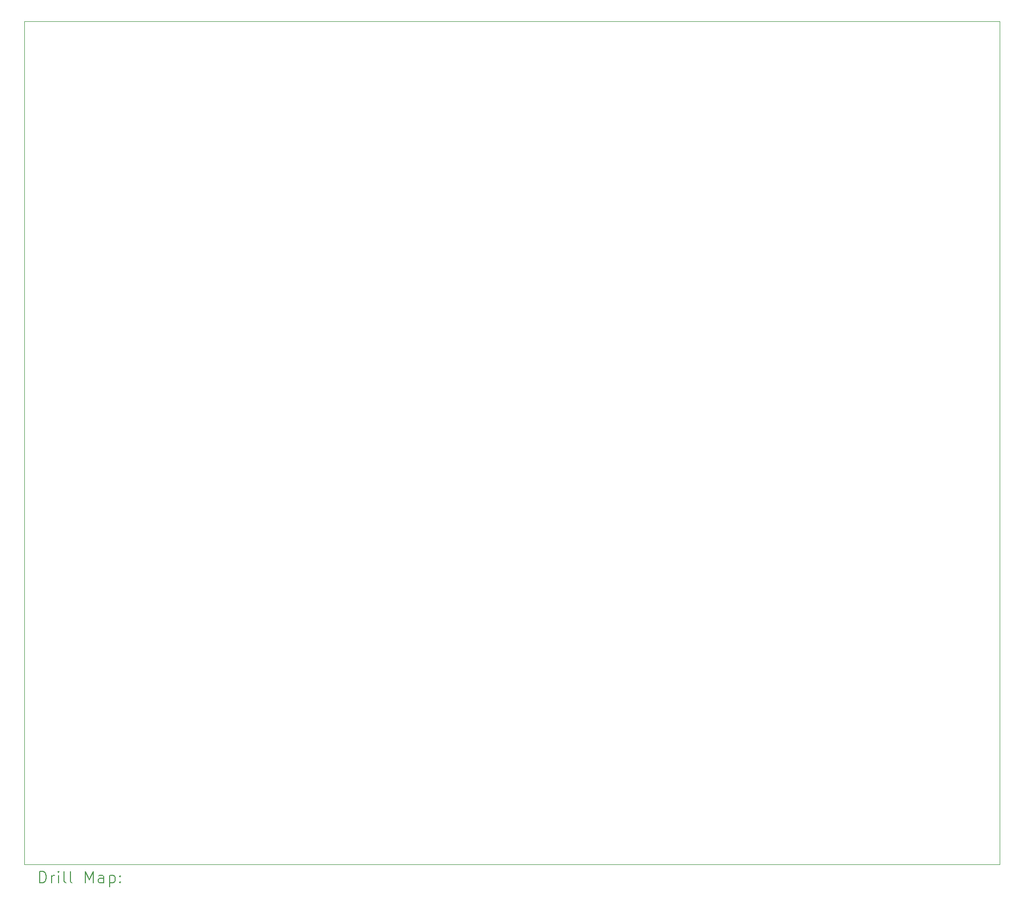
<source format=gbr>
%TF.GenerationSoftware,KiCad,Pcbnew,8.0.3*%
%TF.CreationDate,2024-07-07T22:20:17-04:00*%
%TF.ProjectId,Aplicaciones Car RC,41706c69-6361-4636-996f-6e6573204361,rev?*%
%TF.SameCoordinates,Original*%
%TF.FileFunction,Drillmap*%
%TF.FilePolarity,Positive*%
%FSLAX45Y45*%
G04 Gerber Fmt 4.5, Leading zero omitted, Abs format (unit mm)*
G04 Created by KiCad (PCBNEW 8.0.3) date 2024-07-07 22:20:17*
%MOMM*%
%LPD*%
G01*
G04 APERTURE LIST*
%ADD10C,0.050000*%
%ADD11C,0.200000*%
G04 APERTURE END LIST*
D10*
X2180000Y-1900000D02*
X18820000Y-1900000D01*
X18820000Y-16300000D01*
X2180000Y-16300000D01*
X2180000Y-1900000D01*
D11*
X2438277Y-16613984D02*
X2438277Y-16413984D01*
X2438277Y-16413984D02*
X2485896Y-16413984D01*
X2485896Y-16413984D02*
X2514467Y-16423508D01*
X2514467Y-16423508D02*
X2533515Y-16442555D01*
X2533515Y-16442555D02*
X2543039Y-16461603D01*
X2543039Y-16461603D02*
X2552563Y-16499698D01*
X2552563Y-16499698D02*
X2552563Y-16528269D01*
X2552563Y-16528269D02*
X2543039Y-16566365D01*
X2543039Y-16566365D02*
X2533515Y-16585412D01*
X2533515Y-16585412D02*
X2514467Y-16604460D01*
X2514467Y-16604460D02*
X2485896Y-16613984D01*
X2485896Y-16613984D02*
X2438277Y-16613984D01*
X2638277Y-16613984D02*
X2638277Y-16480650D01*
X2638277Y-16518746D02*
X2647801Y-16499698D01*
X2647801Y-16499698D02*
X2657324Y-16490174D01*
X2657324Y-16490174D02*
X2676372Y-16480650D01*
X2676372Y-16480650D02*
X2695420Y-16480650D01*
X2762086Y-16613984D02*
X2762086Y-16480650D01*
X2762086Y-16413984D02*
X2752563Y-16423508D01*
X2752563Y-16423508D02*
X2762086Y-16433031D01*
X2762086Y-16433031D02*
X2771610Y-16423508D01*
X2771610Y-16423508D02*
X2762086Y-16413984D01*
X2762086Y-16413984D02*
X2762086Y-16433031D01*
X2885896Y-16613984D02*
X2866848Y-16604460D01*
X2866848Y-16604460D02*
X2857324Y-16585412D01*
X2857324Y-16585412D02*
X2857324Y-16413984D01*
X2990658Y-16613984D02*
X2971610Y-16604460D01*
X2971610Y-16604460D02*
X2962086Y-16585412D01*
X2962086Y-16585412D02*
X2962086Y-16413984D01*
X3219229Y-16613984D02*
X3219229Y-16413984D01*
X3219229Y-16413984D02*
X3285896Y-16556841D01*
X3285896Y-16556841D02*
X3352562Y-16413984D01*
X3352562Y-16413984D02*
X3352562Y-16613984D01*
X3533515Y-16613984D02*
X3533515Y-16509222D01*
X3533515Y-16509222D02*
X3523991Y-16490174D01*
X3523991Y-16490174D02*
X3504943Y-16480650D01*
X3504943Y-16480650D02*
X3466848Y-16480650D01*
X3466848Y-16480650D02*
X3447801Y-16490174D01*
X3533515Y-16604460D02*
X3514467Y-16613984D01*
X3514467Y-16613984D02*
X3466848Y-16613984D01*
X3466848Y-16613984D02*
X3447801Y-16604460D01*
X3447801Y-16604460D02*
X3438277Y-16585412D01*
X3438277Y-16585412D02*
X3438277Y-16566365D01*
X3438277Y-16566365D02*
X3447801Y-16547317D01*
X3447801Y-16547317D02*
X3466848Y-16537793D01*
X3466848Y-16537793D02*
X3514467Y-16537793D01*
X3514467Y-16537793D02*
X3533515Y-16528269D01*
X3628753Y-16480650D02*
X3628753Y-16680650D01*
X3628753Y-16490174D02*
X3647801Y-16480650D01*
X3647801Y-16480650D02*
X3685896Y-16480650D01*
X3685896Y-16480650D02*
X3704943Y-16490174D01*
X3704943Y-16490174D02*
X3714467Y-16499698D01*
X3714467Y-16499698D02*
X3723991Y-16518746D01*
X3723991Y-16518746D02*
X3723991Y-16575888D01*
X3723991Y-16575888D02*
X3714467Y-16594936D01*
X3714467Y-16594936D02*
X3704943Y-16604460D01*
X3704943Y-16604460D02*
X3685896Y-16613984D01*
X3685896Y-16613984D02*
X3647801Y-16613984D01*
X3647801Y-16613984D02*
X3628753Y-16604460D01*
X3809705Y-16594936D02*
X3819229Y-16604460D01*
X3819229Y-16604460D02*
X3809705Y-16613984D01*
X3809705Y-16613984D02*
X3800182Y-16604460D01*
X3800182Y-16604460D02*
X3809705Y-16594936D01*
X3809705Y-16594936D02*
X3809705Y-16613984D01*
X3809705Y-16490174D02*
X3819229Y-16499698D01*
X3819229Y-16499698D02*
X3809705Y-16509222D01*
X3809705Y-16509222D02*
X3800182Y-16499698D01*
X3800182Y-16499698D02*
X3809705Y-16490174D01*
X3809705Y-16490174D02*
X3809705Y-16509222D01*
M02*

</source>
